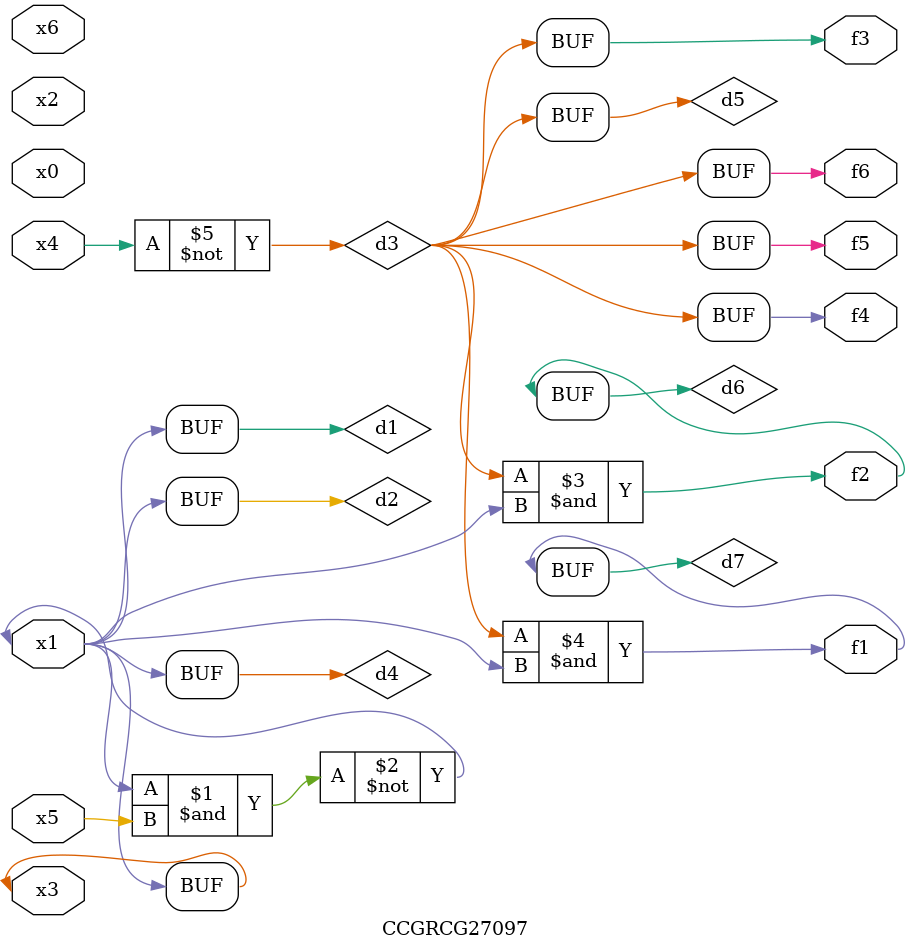
<source format=v>
module CCGRCG27097(
	input x0, x1, x2, x3, x4, x5, x6,
	output f1, f2, f3, f4, f5, f6
);

	wire d1, d2, d3, d4, d5, d6, d7;

	buf (d1, x1, x3);
	nand (d2, x1, x5);
	not (d3, x4);
	buf (d4, d1, d2);
	buf (d5, d3);
	and (d6, d3, d4);
	and (d7, d3, d4);
	assign f1 = d7;
	assign f2 = d6;
	assign f3 = d5;
	assign f4 = d5;
	assign f5 = d5;
	assign f6 = d5;
endmodule

</source>
